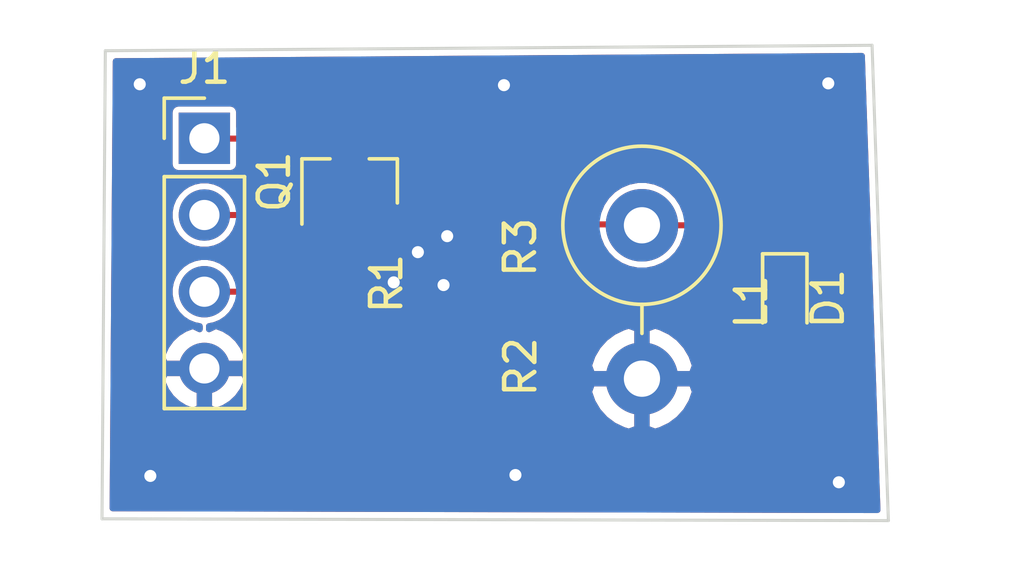
<source format=kicad_pcb>
(kicad_pcb (version 20171130) (host pcbnew 5.1.6+dfsg1-1)

  (general
    (thickness 1.6)
    (drawings 4)
    (tracks 36)
    (zones 0)
    (modules 7)
    (nets 6)
  )

  (page A4)
  (layers
    (0 F.Cu signal)
    (31 B.Cu signal)
    (32 B.Adhes user)
    (33 F.Adhes user)
    (34 B.Paste user)
    (35 F.Paste user)
    (36 B.SilkS user)
    (37 F.SilkS user)
    (38 B.Mask user)
    (39 F.Mask user)
    (40 Dwgs.User user)
    (41 Cmts.User user)
    (42 Eco1.User user)
    (43 Eco2.User user)
    (44 Edge.Cuts user)
    (45 Margin user)
    (46 B.CrtYd user)
    (47 F.CrtYd user)
    (48 B.Fab user)
    (49 F.Fab user)
  )

  (setup
    (last_trace_width 0.2)
    (trace_clearance 0.2)
    (zone_clearance 0.508)
    (zone_45_only no)
    (trace_min 0.2)
    (via_size 0.8)
    (via_drill 0.4)
    (via_min_size 0.4)
    (via_min_drill 0.3)
    (uvia_size 0.3)
    (uvia_drill 0.1)
    (uvias_allowed no)
    (uvia_min_size 0.2)
    (uvia_min_drill 0.1)
    (edge_width 0.05)
    (segment_width 0.2)
    (pcb_text_width 0.3)
    (pcb_text_size 1.5 1.5)
    (mod_edge_width 0.12)
    (mod_text_size 1 1)
    (mod_text_width 0.15)
    (pad_size 1.524 1.524)
    (pad_drill 0.762)
    (pad_to_mask_clearance 0)
    (aux_axis_origin 0 0)
    (visible_elements FFFFFF7F)
    (pcbplotparams
      (layerselection 0x010f0_ffffffff)
      (usegerberextensions false)
      (usegerberattributes true)
      (usegerberadvancedattributes true)
      (creategerberjobfile true)
      (excludeedgelayer true)
      (linewidth 0.100000)
      (plotframeref false)
      (viasonmask false)
      (mode 1)
      (useauxorigin false)
      (hpglpennumber 1)
      (hpglpenspeed 20)
      (hpglpendiameter 15.000000)
      (psnegative false)
      (psa4output false)
      (plotreference true)
      (plotvalue true)
      (plotinvisibletext false)
      (padsonsilk false)
      (subtractmaskfromsilk false)
      (outputformat 1)
      (mirror false)
      (drillshape 0)
      (scaleselection 1)
      (outputdirectory "../gerb/"))
  )

  (net 0 "")
  (net 1 GND)
  (net 2 RLsense)
  (net 3 RLctl)
  (net 4 +3V3)
  (net 5 bias)

  (net_class Default "This is the default net class."
    (clearance 0.2)
    (trace_width 0.2)
    (via_dia 0.8)
    (via_drill 0.4)
    (uvia_dia 0.3)
    (uvia_drill 0.1)
    (add_net +3V3)
    (add_net GND)
    (add_net RLctl)
    (add_net RLsense)
    (add_net bias)
  )

  (module Resistor_SMD:R_0402_1005Metric (layer F.Cu) (tedit 5B301BBD) (tstamp 5F83B107)
    (at 89.44 83.32 270)
    (descr "Resistor SMD 0402 (1005 Metric), square (rectangular) end terminal, IPC_7351 nominal, (Body size source: http://www.tortai-tech.com/upload/download/2011102023233369053.pdf), generated with kicad-footprint-generator")
    (tags resistor)
    (path /5F1461FC/5F84FA5A)
    (attr smd)
    (fp_text reference R3 (at 0 -1.17 90) (layer F.SilkS)
      (effects (font (size 1 1) (thickness 0.15)))
    )
    (fp_text value "1000 Ohm" (at 0 1.17 90) (layer F.Fab)
      (effects (font (size 1 1) (thickness 0.15)))
    )
    (fp_text user %R (at 0 0 90) (layer F.Fab)
      (effects (font (size 0.25 0.25) (thickness 0.04)))
    )
    (fp_line (start -0.5 0.25) (end -0.5 -0.25) (layer F.Fab) (width 0.1))
    (fp_line (start -0.5 -0.25) (end 0.5 -0.25) (layer F.Fab) (width 0.1))
    (fp_line (start 0.5 -0.25) (end 0.5 0.25) (layer F.Fab) (width 0.1))
    (fp_line (start 0.5 0.25) (end -0.5 0.25) (layer F.Fab) (width 0.1))
    (fp_line (start -0.93 0.47) (end -0.93 -0.47) (layer F.CrtYd) (width 0.05))
    (fp_line (start -0.93 -0.47) (end 0.93 -0.47) (layer F.CrtYd) (width 0.05))
    (fp_line (start 0.93 -0.47) (end 0.93 0.47) (layer F.CrtYd) (width 0.05))
    (fp_line (start 0.93 0.47) (end -0.93 0.47) (layer F.CrtYd) (width 0.05))
    (pad 2 smd roundrect (at 0.485 0 270) (size 0.59 0.64) (layers F.Cu F.Paste F.Mask) (roundrect_rratio 0.25)
      (net 2 RLsense))
    (pad 1 smd roundrect (at -0.485 0 270) (size 0.59 0.64) (layers F.Cu F.Paste F.Mask) (roundrect_rratio 0.25)
      (net 5 bias))
    (model ${KISYS3DMOD}/Resistor_SMD.3dshapes/R_0402_1005Metric.wrl
      (at (xyz 0 0 0))
      (scale (xyz 1 1 1))
      (rotate (xyz 0 0 0))
    )
  )

  (module Resistor_SMD:R_0402_1005Metric (layer F.Cu) (tedit 5B301BBD) (tstamp 5F83B0F8)
    (at 89.45 87.28 270)
    (descr "Resistor SMD 0402 (1005 Metric), square (rectangular) end terminal, IPC_7351 nominal, (Body size source: http://www.tortai-tech.com/upload/download/2011102023233369053.pdf), generated with kicad-footprint-generator")
    (tags resistor)
    (path /5F1461FC/5F844541)
    (attr smd)
    (fp_text reference R2 (at 0 -1.17 90) (layer F.SilkS)
      (effects (font (size 1 1) (thickness 0.15)))
    )
    (fp_text value "1000 Ohm" (at 0 1.17 90) (layer F.Fab)
      (effects (font (size 1 1) (thickness 0.15)))
    )
    (fp_text user %R (at 0 0 90) (layer F.Fab)
      (effects (font (size 0.25 0.25) (thickness 0.04)))
    )
    (fp_line (start -0.5 0.25) (end -0.5 -0.25) (layer F.Fab) (width 0.1))
    (fp_line (start -0.5 -0.25) (end 0.5 -0.25) (layer F.Fab) (width 0.1))
    (fp_line (start 0.5 -0.25) (end 0.5 0.25) (layer F.Fab) (width 0.1))
    (fp_line (start 0.5 0.25) (end -0.5 0.25) (layer F.Fab) (width 0.1))
    (fp_line (start -0.93 0.47) (end -0.93 -0.47) (layer F.CrtYd) (width 0.05))
    (fp_line (start -0.93 -0.47) (end 0.93 -0.47) (layer F.CrtYd) (width 0.05))
    (fp_line (start 0.93 -0.47) (end 0.93 0.47) (layer F.CrtYd) (width 0.05))
    (fp_line (start 0.93 0.47) (end -0.93 0.47) (layer F.CrtYd) (width 0.05))
    (pad 2 smd roundrect (at 0.485 0 270) (size 0.59 0.64) (layers F.Cu F.Paste F.Mask) (roundrect_rratio 0.25)
      (net 1 GND))
    (pad 1 smd roundrect (at -0.485 0 270) (size 0.59 0.64) (layers F.Cu F.Paste F.Mask) (roundrect_rratio 0.25)
      (net 2 RLsense))
    (model ${KISYS3DMOD}/Resistor_SMD.3dshapes/R_0402_1005Metric.wrl
      (at (xyz 0 0 0))
      (scale (xyz 1 1 1))
      (rotate (xyz 0 0 0))
    )
  )

  (module Resistor_SMD:R_0402_1005Metric (layer F.Cu) (tedit 5B301BBD) (tstamp 5F83B0E9)
    (at 85.01 84.52 270)
    (descr "Resistor SMD 0402 (1005 Metric), square (rectangular) end terminal, IPC_7351 nominal, (Body size source: http://www.tortai-tech.com/upload/download/2011102023233369053.pdf), generated with kicad-footprint-generator")
    (tags resistor)
    (path /5F1461FC/5F8443D2)
    (attr smd)
    (fp_text reference R1 (at 0 -1.17 90) (layer F.SilkS)
      (effects (font (size 1 1) (thickness 0.15)))
    )
    (fp_text value "1000 Ohm" (at 0 1.17 90) (layer F.Fab)
      (effects (font (size 1 1) (thickness 0.15)))
    )
    (fp_text user %R (at 0 0 90) (layer F.Fab)
      (effects (font (size 0.25 0.25) (thickness 0.04)))
    )
    (fp_line (start -0.5 0.25) (end -0.5 -0.25) (layer F.Fab) (width 0.1))
    (fp_line (start -0.5 -0.25) (end 0.5 -0.25) (layer F.Fab) (width 0.1))
    (fp_line (start 0.5 -0.25) (end 0.5 0.25) (layer F.Fab) (width 0.1))
    (fp_line (start 0.5 0.25) (end -0.5 0.25) (layer F.Fab) (width 0.1))
    (fp_line (start -0.93 0.47) (end -0.93 -0.47) (layer F.CrtYd) (width 0.05))
    (fp_line (start -0.93 -0.47) (end 0.93 -0.47) (layer F.CrtYd) (width 0.05))
    (fp_line (start 0.93 -0.47) (end 0.93 0.47) (layer F.CrtYd) (width 0.05))
    (fp_line (start 0.93 0.47) (end -0.93 0.47) (layer F.CrtYd) (width 0.05))
    (pad 2 smd roundrect (at 0.485 0 270) (size 0.59 0.64) (layers F.Cu F.Paste F.Mask) (roundrect_rratio 0.25)
      (net 2 RLsense))
    (pad 1 smd roundrect (at -0.485 0 270) (size 0.59 0.64) (layers F.Cu F.Paste F.Mask) (roundrect_rratio 0.25)
      (net 4 +3V3))
    (model ${KISYS3DMOD}/Resistor_SMD.3dshapes/R_0402_1005Metric.wrl
      (at (xyz 0 0 0))
      (scale (xyz 1 1 1))
      (rotate (xyz 0 0 0))
    )
  )

  (module Package_TO_SOT_SMD:SOT-23 (layer F.Cu) (tedit 5A02FF57) (tstamp 5F83B0DA)
    (at 84.96 81.15 90)
    (descr "SOT-23, Standard")
    (tags SOT-23)
    (path /5F1461FC/5F13B223)
    (attr smd)
    (fp_text reference Q1 (at 0 -2.5 90) (layer F.SilkS)
      (effects (font (size 1 1) (thickness 0.15)))
    )
    (fp_text value 2N7002K (at 0 2.5 90) (layer F.Fab)
      (effects (font (size 1 1) (thickness 0.15)))
    )
    (fp_text user %R (at 0 0) (layer F.Fab)
      (effects (font (size 0.5 0.5) (thickness 0.075)))
    )
    (fp_line (start -0.7 -0.95) (end -0.7 1.5) (layer F.Fab) (width 0.1))
    (fp_line (start -0.15 -1.52) (end 0.7 -1.52) (layer F.Fab) (width 0.1))
    (fp_line (start -0.7 -0.95) (end -0.15 -1.52) (layer F.Fab) (width 0.1))
    (fp_line (start 0.7 -1.52) (end 0.7 1.52) (layer F.Fab) (width 0.1))
    (fp_line (start -0.7 1.52) (end 0.7 1.52) (layer F.Fab) (width 0.1))
    (fp_line (start 0.76 1.58) (end 0.76 0.65) (layer F.SilkS) (width 0.12))
    (fp_line (start 0.76 -1.58) (end 0.76 -0.65) (layer F.SilkS) (width 0.12))
    (fp_line (start -1.7 -1.75) (end 1.7 -1.75) (layer F.CrtYd) (width 0.05))
    (fp_line (start 1.7 -1.75) (end 1.7 1.75) (layer F.CrtYd) (width 0.05))
    (fp_line (start 1.7 1.75) (end -1.7 1.75) (layer F.CrtYd) (width 0.05))
    (fp_line (start -1.7 1.75) (end -1.7 -1.75) (layer F.CrtYd) (width 0.05))
    (fp_line (start 0.76 -1.58) (end -1.4 -1.58) (layer F.SilkS) (width 0.12))
    (fp_line (start 0.76 1.58) (end -0.7 1.58) (layer F.SilkS) (width 0.12))
    (pad 3 smd rect (at 1 0 90) (size 0.9 0.8) (layers F.Cu F.Paste F.Mask)
      (net 4 +3V3))
    (pad 2 smd rect (at -1 0.95 90) (size 0.9 0.8) (layers F.Cu F.Paste F.Mask)
      (net 5 bias))
    (pad 1 smd rect (at -1 -0.95 90) (size 0.9 0.8) (layers F.Cu F.Paste F.Mask)
      (net 3 RLctl))
    (model ${KISYS3DMOD}/Package_TO_SOT_SMD.3dshapes/SOT-23.wrl
      (at (xyz 0 0 0))
      (scale (xyz 1 1 1))
      (rotate (xyz 0 0 0))
    )
  )

  (module Inductor_THT:L_Axial_L12.0mm_D5.0mm_P5.08mm_Vertical_Fastron_MISC (layer F.Cu) (tedit 5AE59B05) (tstamp 5F83B0C5)
    (at 94.64 82.59 270)
    (descr "Inductor, Axial series, Axial, Vertical, pin pitch=5.08mm, , length*diameter=12*5mm^2, Fastron, MISC, http://cdn-reichelt.de/documents/datenblatt/B400/DS_MISC.pdf")
    (tags "Inductor Axial series Axial Vertical pin pitch 5.08mm  length 12mm diameter 5mm Fastron MISC")
    (path /5F1461FC/5F13F643)
    (fp_text reference L1 (at 2.54 -3.62 90) (layer F.SilkS)
      (effects (font (size 1 1) (thickness 0.15)))
    )
    (fp_text value L (at 2.54 3.62 90) (layer F.Fab)
      (effects (font (size 1 1) (thickness 0.15)))
    )
    (fp_text user %R (at 2.54 -3.62 90) (layer F.Fab)
      (effects (font (size 1 1) (thickness 0.15)))
    )
    (fp_circle (center 0 0) (end 2.5 0) (layer F.Fab) (width 0.1))
    (fp_circle (center 0 0) (end 2.62 0) (layer F.SilkS) (width 0.12))
    (fp_line (start 0 0) (end 5.08 0) (layer F.Fab) (width 0.1))
    (fp_line (start 2.62 0) (end 3.58 0) (layer F.SilkS) (width 0.12))
    (fp_line (start -2.75 -2.75) (end -2.75 2.75) (layer F.CrtYd) (width 0.05))
    (fp_line (start -2.75 2.75) (end 6.53 2.75) (layer F.CrtYd) (width 0.05))
    (fp_line (start 6.53 2.75) (end 6.53 -2.75) (layer F.CrtYd) (width 0.05))
    (fp_line (start 6.53 -2.75) (end -2.75 -2.75) (layer F.CrtYd) (width 0.05))
    (pad 2 thru_hole oval (at 5.08 0 270) (size 2.4 2.4) (drill 1.2) (layers *.Cu *.Mask)
      (net 1 GND))
    (pad 1 thru_hole circle (at 0 0 270) (size 2.4 2.4) (drill 1.2) (layers *.Cu *.Mask)
      (net 5 bias))
    (model ${KISYS3DMOD}/Inductor_THT.3dshapes/L_Axial_L12.0mm_D5.0mm_P5.08mm_Vertical_Fastron_MISC.wrl
      (at (xyz 0 0 0))
      (scale (xyz 1 1 1))
      (rotate (xyz 0 0 0))
    )
  )

  (module Connector_PinHeader_2.54mm:PinHeader_1x04_P2.54mm_Vertical (layer F.Cu) (tedit 59FED5CC) (tstamp 5F83B0B6)
    (at 80.15 79.71)
    (descr "Through hole straight pin header, 1x04, 2.54mm pitch, single row")
    (tags "Through hole pin header THT 1x04 2.54mm single row")
    (path /5F1461FC/5F150BE5)
    (fp_text reference J1 (at 0 -2.33) (layer F.SilkS)
      (effects (font (size 1 1) (thickness 0.15)))
    )
    (fp_text value Conn_01x04_Male (at 0 9.95) (layer F.Fab)
      (effects (font (size 1 1) (thickness 0.15)))
    )
    (fp_text user %R (at 0 3.81 90) (layer F.Fab)
      (effects (font (size 1 1) (thickness 0.15)))
    )
    (fp_line (start -0.635 -1.27) (end 1.27 -1.27) (layer F.Fab) (width 0.1))
    (fp_line (start 1.27 -1.27) (end 1.27 8.89) (layer F.Fab) (width 0.1))
    (fp_line (start 1.27 8.89) (end -1.27 8.89) (layer F.Fab) (width 0.1))
    (fp_line (start -1.27 8.89) (end -1.27 -0.635) (layer F.Fab) (width 0.1))
    (fp_line (start -1.27 -0.635) (end -0.635 -1.27) (layer F.Fab) (width 0.1))
    (fp_line (start -1.33 8.95) (end 1.33 8.95) (layer F.SilkS) (width 0.12))
    (fp_line (start -1.33 1.27) (end -1.33 8.95) (layer F.SilkS) (width 0.12))
    (fp_line (start 1.33 1.27) (end 1.33 8.95) (layer F.SilkS) (width 0.12))
    (fp_line (start -1.33 1.27) (end 1.33 1.27) (layer F.SilkS) (width 0.12))
    (fp_line (start -1.33 0) (end -1.33 -1.33) (layer F.SilkS) (width 0.12))
    (fp_line (start -1.33 -1.33) (end 0 -1.33) (layer F.SilkS) (width 0.12))
    (fp_line (start -1.8 -1.8) (end -1.8 9.4) (layer F.CrtYd) (width 0.05))
    (fp_line (start -1.8 9.4) (end 1.8 9.4) (layer F.CrtYd) (width 0.05))
    (fp_line (start 1.8 9.4) (end 1.8 -1.8) (layer F.CrtYd) (width 0.05))
    (fp_line (start 1.8 -1.8) (end -1.8 -1.8) (layer F.CrtYd) (width 0.05))
    (pad 4 thru_hole oval (at 0 7.62) (size 1.7 1.7) (drill 1) (layers *.Cu *.Mask)
      (net 1 GND))
    (pad 3 thru_hole oval (at 0 5.08) (size 1.7 1.7) (drill 1) (layers *.Cu *.Mask)
      (net 2 RLsense))
    (pad 2 thru_hole oval (at 0 2.54) (size 1.7 1.7) (drill 1) (layers *.Cu *.Mask)
      (net 3 RLctl))
    (pad 1 thru_hole rect (at 0 0) (size 1.7 1.7) (drill 1) (layers *.Cu *.Mask)
      (net 4 +3V3))
    (model ${KISYS3DMOD}/Connector_PinHeader_2.54mm.3dshapes/PinHeader_1x04_P2.54mm_Vertical.wrl
      (at (xyz 0 0 0))
      (scale (xyz 1 1 1))
      (rotate (xyz 0 0 0))
    )
  )

  (module Diode_SMD:D_0603_1608Metric (layer F.Cu) (tedit 5B301BBE) (tstamp 5F83B09E)
    (at 99.37 85.02 270)
    (descr "Diode SMD 0603 (1608 Metric), square (rectangular) end terminal, IPC_7351 nominal, (Body size source: http://www.tortai-tech.com/upload/download/2011102023233369053.pdf), generated with kicad-footprint-generator")
    (tags diode)
    (path /5F1461FC/5F8383AE)
    (attr smd)
    (fp_text reference D1 (at 0 -1.43 90) (layer F.SilkS)
      (effects (font (size 1 1) (thickness 0.15)))
    )
    (fp_text value CDBU0520 (at 0 1.43 90) (layer F.Fab)
      (effects (font (size 1 1) (thickness 0.15)))
    )
    (fp_text user %R (at 0 0 90) (layer F.Fab)
      (effects (font (size 0.4 0.4) (thickness 0.06)))
    )
    (fp_line (start 0.8 -0.4) (end -0.5 -0.4) (layer F.Fab) (width 0.1))
    (fp_line (start -0.5 -0.4) (end -0.8 -0.1) (layer F.Fab) (width 0.1))
    (fp_line (start -0.8 -0.1) (end -0.8 0.4) (layer F.Fab) (width 0.1))
    (fp_line (start -0.8 0.4) (end 0.8 0.4) (layer F.Fab) (width 0.1))
    (fp_line (start 0.8 0.4) (end 0.8 -0.4) (layer F.Fab) (width 0.1))
    (fp_line (start 0.8 -0.735) (end -1.485 -0.735) (layer F.SilkS) (width 0.12))
    (fp_line (start -1.485 -0.735) (end -1.485 0.735) (layer F.SilkS) (width 0.12))
    (fp_line (start -1.485 0.735) (end 0.8 0.735) (layer F.SilkS) (width 0.12))
    (fp_line (start -1.48 0.73) (end -1.48 -0.73) (layer F.CrtYd) (width 0.05))
    (fp_line (start -1.48 -0.73) (end 1.48 -0.73) (layer F.CrtYd) (width 0.05))
    (fp_line (start 1.48 -0.73) (end 1.48 0.73) (layer F.CrtYd) (width 0.05))
    (fp_line (start 1.48 0.73) (end -1.48 0.73) (layer F.CrtYd) (width 0.05))
    (pad 2 smd roundrect (at 0.7875 0 270) (size 0.875 0.95) (layers F.Cu F.Paste F.Mask) (roundrect_rratio 0.25)
      (net 1 GND))
    (pad 1 smd roundrect (at -0.7875 0 270) (size 0.875 0.95) (layers F.Cu F.Paste F.Mask) (roundrect_rratio 0.25)
      (net 5 bias))
    (model ${KISYS3DMOD}/Diode_SMD.3dshapes/D_0603_1608Metric.wrl
      (at (xyz 0 0 0))
      (scale (xyz 1 1 1))
      (rotate (xyz 0 0 0))
    )
  )

  (gr_line (start 102.26 76.63) (end 102.8 92.37) (layer Edge.Cuts) (width 0.1))
  (gr_line (start 76.87 76.81) (end 102.26 76.63) (layer Edge.Cuts) (width 0.1))
  (gr_line (start 76.76 92.31) (end 76.87 76.81) (layer Edge.Cuts) (width 0.1))
  (gr_line (start 102.8 92.37) (end 76.76 92.31) (layer Edge.Cuts) (width 0.1))

  (segment (start 94.64 87.67) (end 97.47 87.67) (width 0.2) (layer F.Cu) (net 1))
  (segment (start 97.47 87.67) (end 99.22 85.92) (width 0.2) (layer F.Cu) (net 1))
  (segment (start 89.45 87.765) (end 94.355 87.765) (width 0.2) (layer F.Cu) (net 1))
  (segment (start 94.355 87.765) (end 94.44 87.68) (width 0.2) (layer F.Cu) (net 1))
  (segment (start 80.15 87.33) (end 88.88 87.33) (width 0.2) (layer F.Cu) (net 1))
  (segment (start 88.88 87.33) (end 89.3 87.75) (width 0.2) (layer F.Cu) (net 1))
  (via (at 100.81 77.89) (size 0.8) (drill 0.4) (layers F.Cu B.Cu) (net 1))
  (via (at 101.16 91.1) (size 0.8) (drill 0.4) (layers F.Cu B.Cu) (net 1))
  (via (at 78.36 90.89) (size 0.8) (drill 0.4) (layers F.Cu B.Cu) (net 1))
  (via (at 78.01 77.92) (size 0.8) (drill 0.4) (layers F.Cu B.Cu) (net 1))
  (via (at 90.45 90.86) (size 0.8) (drill 0.4) (layers F.Cu B.Cu) (net 1))
  (via (at 90.07 77.95) (size 0.8) (drill 0.4) (layers F.Cu B.Cu) (net 1))
  (via (at 86.42 84.48) (size 0.8) (drill 0.4) (layers F.Cu B.Cu) (net 1))
  (via (at 88.07 84.57) (size 0.8) (drill 0.4) (layers F.Cu B.Cu) (net 1))
  (via (at 88.19 82.95) (size 0.8) (drill 0.4) (layers F.Cu B.Cu) (net 1))
  (via (at 87.22 83.48) (size 0.8) (drill 0.4) (layers F.Cu B.Cu) (net 1))
  (segment (start 80.15 84.79) (end 84.74 84.79) (width 0.2) (layer F.Cu) (net 2))
  (segment (start 84.74 84.79) (end 84.94 84.99) (width 0.2) (layer F.Cu) (net 2))
  (segment (start 84.94 84.99) (end 85.29 85.34) (width 0.2) (layer F.Cu) (net 2))
  (segment (start 85.29 85.34) (end 89.41 85.34) (width 0.2) (layer F.Cu) (net 2))
  (segment (start 89.41 85.34) (end 89.44 85.31) (width 0.2) (layer F.Cu) (net 2))
  (segment (start 89.44 85.31) (end 89.44 83.85) (width 0.2) (layer F.Cu) (net 2))
  (segment (start 89.41 85.34) (end 89.41 86.84) (width 0.2) (layer F.Cu) (net 2))
  (segment (start 89.41 86.84) (end 89.45 86.88) (width 0.2) (layer F.Cu) (net 2))
  (segment (start 80.15 82.25) (end 83.77 82.25) (width 0.2) (layer F.Cu) (net 3))
  (segment (start 83.77 82.25) (end 83.81 82.21) (width 0.2) (layer F.Cu) (net 3))
  (segment (start 85.01 84.035) (end 85.01 80.25) (width 0.2) (layer F.Cu) (net 4))
  (segment (start 85.01 80.25) (end 84.94 80.18) (width 0.2) (layer F.Cu) (net 4))
  (segment (start 84.94 80.18) (end 84.48 79.72) (width 0.2) (layer F.Cu) (net 4))
  (segment (start 84.48 79.72) (end 80.17 79.72) (width 0.2) (layer F.Cu) (net 4))
  (segment (start 94.64 82.59) (end 97.64 82.59) (width 0.2) (layer F.Cu) (net 5))
  (segment (start 97.64 82.59) (end 99.29 84.24) (width 0.2) (layer F.Cu) (net 5))
  (segment (start 85.91 82.15) (end 88.74 82.15) (width 0.2) (layer F.Cu) (net 5))
  (segment (start 88.74 82.15) (end 89.41 82.82) (width 0.2) (layer F.Cu) (net 5))
  (segment (start 89.41 82.82) (end 89.67 82.56) (width 0.2) (layer F.Cu) (net 5))
  (segment (start 89.67 82.56) (end 94.41 82.56) (width 0.2) (layer F.Cu) (net 5))

  (zone (net 1) (net_name GND) (layer F.Cu) (tstamp 0) (hatch edge 0.508)
    (connect_pads (clearance 0.2))
    (min_thickness 0.2)
    (fill yes (arc_segments 32) (thermal_gap 0.508) (thermal_bridge_width 0.508))
    (polygon
      (pts
        (xy 105.1 92.99) (xy 75.29 93.16) (xy 75.49 76.1) (xy 104.07 76.01)
      )
    )
    (filled_polygon
      (pts
        (xy 102.437758 92.019165) (xy 77.112487 91.960812) (xy 77.142661 87.70891) (xy 78.742097 87.70891) (xy 78.768854 87.797139)
        (xy 78.886527 88.057611) (xy 79.052754 88.290122) (xy 79.261148 88.485736) (xy 79.5037 88.636935) (xy 79.771089 88.737909)
        (xy 79.996 88.62785) (xy 79.996 87.484) (xy 80.304 87.484) (xy 80.304 88.62785) (xy 80.528911 88.737909)
        (xy 80.7963 88.636935) (xy 81.038852 88.485736) (xy 81.247246 88.290122) (xy 81.4039 88.071) (xy 88.522 88.071)
        (xy 88.531871 88.184465) (xy 88.567646 88.298763) (xy 88.625032 88.403885) (xy 88.701823 88.495792) (xy 88.795069 88.570952)
        (xy 88.901187 88.626476) (xy 89.016097 88.66023) (xy 89.135385 88.670918) (xy 89.144 88.668) (xy 89.296 88.516)
        (xy 89.296 87.919) (xy 89.604 87.919) (xy 89.604 88.516) (xy 89.756 88.668) (xy 89.764615 88.670918)
        (xy 89.883903 88.66023) (xy 89.998813 88.626476) (xy 90.104931 88.570952) (xy 90.198177 88.495792) (xy 90.274968 88.403885)
        (xy 90.332354 88.298763) (xy 90.368129 88.184465) (xy 90.375136 88.10391) (xy 92.884836 88.10391) (xy 93.003213 88.437988)
        (xy 93.18449 88.742553) (xy 93.421702 89.0059) (xy 93.705732 89.217909) (xy 94.025666 89.370433) (xy 94.20609 89.42516)
        (xy 94.486 89.318824) (xy 94.486 87.824) (xy 94.794 87.824) (xy 94.794 89.318824) (xy 95.07391 89.42516)
        (xy 95.254334 89.370433) (xy 95.574268 89.217909) (xy 95.858298 89.0059) (xy 96.09551 88.742553) (xy 96.276787 88.437988)
        (xy 96.395164 88.10391) (xy 96.289434 87.824) (xy 94.794 87.824) (xy 94.486 87.824) (xy 92.990566 87.824)
        (xy 92.884836 88.10391) (xy 90.375136 88.10391) (xy 90.378 88.071) (xy 90.226 87.919) (xy 89.604 87.919)
        (xy 89.296 87.919) (xy 88.674 87.919) (xy 88.522 88.071) (xy 81.4039 88.071) (xy 81.413473 88.057611)
        (xy 81.531146 87.797139) (xy 81.557903 87.70891) (xy 81.446889 87.484) (xy 80.304 87.484) (xy 79.996 87.484)
        (xy 78.853111 87.484) (xy 78.742097 87.70891) (xy 77.142661 87.70891) (xy 77.148039 86.95109) (xy 78.742097 86.95109)
        (xy 78.853111 87.176) (xy 79.996 87.176) (xy 79.996 87.156) (xy 80.304 87.156) (xy 80.304 87.176)
        (xy 81.446889 87.176) (xy 81.557903 86.95109) (xy 81.531146 86.862861) (xy 81.413473 86.602389) (xy 81.247246 86.369878)
        (xy 81.038852 86.174264) (xy 80.7963 86.023065) (xy 80.528911 85.922091) (xy 80.304002 86.032149) (xy 80.304002 85.931897)
        (xy 80.485443 85.895806) (xy 80.694729 85.809116) (xy 80.883082 85.683263) (xy 81.043263 85.523082) (xy 81.169116 85.334729)
        (xy 81.229065 85.19) (xy 84.392242 85.19) (xy 84.397175 85.240086) (xy 84.422723 85.324306) (xy 84.464211 85.401924)
        (xy 84.520044 85.469956) (xy 84.588076 85.525789) (xy 84.665694 85.567277) (xy 84.749914 85.592825) (xy 84.8375 85.601451)
        (xy 84.985765 85.601451) (xy 84.993267 85.608953) (xy 85.005789 85.624211) (xy 85.021047 85.636733) (xy 85.021049 85.636735)
        (xy 85.066697 85.674197) (xy 85.136186 85.71134) (xy 85.211586 85.734212) (xy 85.29 85.741935) (xy 85.309647 85.74)
        (xy 89.01 85.74) (xy 89.010001 86.289045) (xy 88.960044 86.330044) (xy 88.904211 86.398076) (xy 88.862723 86.475694)
        (xy 88.837175 86.559914) (xy 88.828549 86.6475) (xy 88.828549 86.94153) (xy 88.795069 86.959048) (xy 88.701823 87.034208)
        (xy 88.625032 87.126115) (xy 88.567646 87.231237) (xy 88.531871 87.345535) (xy 88.522 87.459) (xy 88.674 87.611)
        (xy 89.296 87.611) (xy 89.296 87.591) (xy 89.604 87.591) (xy 89.604 87.611) (xy 90.226 87.611)
        (xy 90.378 87.459) (xy 90.368129 87.345535) (xy 90.333873 87.23609) (xy 92.884836 87.23609) (xy 92.990566 87.516)
        (xy 94.486 87.516) (xy 94.486 86.021176) (xy 94.794 86.021176) (xy 94.794 87.516) (xy 96.289434 87.516)
        (xy 96.395164 87.23609) (xy 96.276787 86.902012) (xy 96.09551 86.597447) (xy 95.858298 86.3341) (xy 95.738931 86.245)
        (xy 98.284058 86.245) (xy 98.295797 86.364189) (xy 98.330563 86.478797) (xy 98.38702 86.584421) (xy 98.462999 86.677001)
        (xy 98.555579 86.75298) (xy 98.661203 86.809437) (xy 98.775811 86.844203) (xy 98.895 86.855942) (xy 99.064 86.853)
        (xy 99.216 86.701) (xy 99.216 85.9615) (xy 99.524 85.9615) (xy 99.524 86.701) (xy 99.676 86.853)
        (xy 99.845 86.855942) (xy 99.964189 86.844203) (xy 100.078797 86.809437) (xy 100.184421 86.75298) (xy 100.277001 86.677001)
        (xy 100.35298 86.584421) (xy 100.409437 86.478797) (xy 100.444203 86.364189) (xy 100.455942 86.245) (xy 100.453 86.1135)
        (xy 100.301 85.9615) (xy 99.524 85.9615) (xy 99.216 85.9615) (xy 98.439 85.9615) (xy 98.287 86.1135)
        (xy 98.284058 86.245) (xy 95.738931 86.245) (xy 95.574268 86.122091) (xy 95.254334 85.969567) (xy 95.07391 85.91484)
        (xy 94.794 86.021176) (xy 94.486 86.021176) (xy 94.20609 85.91484) (xy 94.025666 85.969567) (xy 93.705732 86.122091)
        (xy 93.421702 86.3341) (xy 93.18449 86.597447) (xy 93.003213 86.902012) (xy 92.884836 87.23609) (xy 90.333873 87.23609)
        (xy 90.332354 87.231237) (xy 90.274968 87.126115) (xy 90.198177 87.034208) (xy 90.104931 86.959048) (xy 90.071451 86.94153)
        (xy 90.071451 86.6475) (xy 90.062825 86.559914) (xy 90.037277 86.475694) (xy 89.995789 86.398076) (xy 89.939956 86.330044)
        (xy 89.871924 86.274211) (xy 89.81 86.241112) (xy 89.81 85.466321) (xy 89.81134 85.463814) (xy 89.834212 85.388414)
        (xy 89.84 85.329647) (xy 89.84 85.329637) (xy 89.841934 85.310001) (xy 89.84 85.290365) (xy 89.84 84.337508)
        (xy 89.861924 84.325789) (xy 89.929956 84.269956) (xy 89.985789 84.201924) (xy 90.027277 84.124306) (xy 90.052825 84.040086)
        (xy 90.061451 83.9525) (xy 90.061451 83.6575) (xy 90.052825 83.569914) (xy 90.027277 83.485694) (xy 89.985789 83.408076)
        (xy 89.929956 83.340044) (xy 89.905533 83.32) (xy 89.929956 83.299956) (xy 89.985789 83.231924) (xy 90.027277 83.154306)
        (xy 90.052825 83.070086) (xy 90.061451 82.9825) (xy 90.061451 82.96) (xy 93.184211 82.96) (xy 93.197644 83.027534)
        (xy 93.310717 83.300517) (xy 93.474874 83.546194) (xy 93.683806 83.755126) (xy 93.929483 83.919283) (xy 94.202466 84.032356)
        (xy 94.492263 84.09) (xy 94.787737 84.09) (xy 95.077534 84.032356) (xy 95.350517 83.919283) (xy 95.596194 83.755126)
        (xy 95.805126 83.546194) (xy 95.969283 83.300517) (xy 96.082356 83.027534) (xy 96.089822 82.99) (xy 97.474315 82.99)
        (xy 98.593549 84.109234) (xy 98.593549 84.45125) (xy 98.603545 84.552736) (xy 98.633147 84.650322) (xy 98.681219 84.740258)
        (xy 98.72014 84.787685) (xy 98.661203 84.805563) (xy 98.555579 84.86202) (xy 98.462999 84.937999) (xy 98.38702 85.030579)
        (xy 98.330563 85.136203) (xy 98.295797 85.250811) (xy 98.284058 85.37) (xy 98.287 85.5015) (xy 98.439 85.6535)
        (xy 99.216 85.6535) (xy 99.216 85.6335) (xy 99.524 85.6335) (xy 99.524 85.6535) (xy 100.301 85.6535)
        (xy 100.453 85.5015) (xy 100.455942 85.37) (xy 100.444203 85.250811) (xy 100.409437 85.136203) (xy 100.35298 85.030579)
        (xy 100.277001 84.937999) (xy 100.184421 84.86202) (xy 100.078797 84.805563) (xy 100.01986 84.787685) (xy 100.058781 84.740258)
        (xy 100.106853 84.650322) (xy 100.136455 84.552736) (xy 100.146451 84.45125) (xy 100.146451 84.01375) (xy 100.136455 83.912264)
        (xy 100.106853 83.814678) (xy 100.058781 83.724742) (xy 99.994088 83.645912) (xy 99.915258 83.581219) (xy 99.825322 83.533147)
        (xy 99.727736 83.503545) (xy 99.62625 83.493549) (xy 99.11375 83.493549) (xy 99.109639 83.493954) (xy 97.936737 82.321052)
        (xy 97.924211 82.305789) (xy 97.863303 82.255803) (xy 97.793814 82.21866) (xy 97.718414 82.195788) (xy 97.659647 82.19)
        (xy 97.659646 82.19) (xy 97.64 82.188065) (xy 97.620354 82.19) (xy 96.089822 82.19) (xy 96.082356 82.152466)
        (xy 95.969283 81.879483) (xy 95.805126 81.633806) (xy 95.596194 81.424874) (xy 95.350517 81.260717) (xy 95.077534 81.147644)
        (xy 94.787737 81.09) (xy 94.492263 81.09) (xy 94.202466 81.147644) (xy 93.929483 81.260717) (xy 93.683806 81.424874)
        (xy 93.474874 81.633806) (xy 93.310717 81.879483) (xy 93.197644 82.152466) (xy 93.196145 82.16) (xy 89.689647 82.16)
        (xy 89.67 82.158065) (xy 89.650353 82.16) (xy 89.591586 82.165788) (xy 89.516186 82.18866) (xy 89.446697 82.225803)
        (xy 89.431166 82.238549) (xy 89.394235 82.238549) (xy 89.036737 81.881052) (xy 89.024211 81.865789) (xy 88.963303 81.815803)
        (xy 88.893814 81.77866) (xy 88.818414 81.755788) (xy 88.759647 81.75) (xy 88.759646 81.75) (xy 88.74 81.748065)
        (xy 88.720354 81.75) (xy 86.611451 81.75) (xy 86.611451 81.7) (xy 86.605659 81.64119) (xy 86.588504 81.58464)
        (xy 86.560647 81.532523) (xy 86.523158 81.486842) (xy 86.477477 81.449353) (xy 86.42536 81.421496) (xy 86.36881 81.404341)
        (xy 86.31 81.398549) (xy 85.51 81.398549) (xy 85.45119 81.404341) (xy 85.41 81.416836) (xy 85.41 80.896527)
        (xy 85.41881 80.895659) (xy 85.47536 80.878504) (xy 85.527477 80.850647) (xy 85.573158 80.813158) (xy 85.610647 80.767477)
        (xy 85.638504 80.71536) (xy 85.655659 80.65881) (xy 85.661451 80.6) (xy 85.661451 79.7) (xy 85.655659 79.64119)
        (xy 85.638504 79.58464) (xy 85.610647 79.532523) (xy 85.573158 79.486842) (xy 85.527477 79.449353) (xy 85.47536 79.421496)
        (xy 85.41881 79.404341) (xy 85.36 79.398549) (xy 84.718834 79.398549) (xy 84.703303 79.385803) (xy 84.633814 79.34866)
        (xy 84.558414 79.325788) (xy 84.499647 79.32) (xy 84.499646 79.32) (xy 84.48 79.318065) (xy 84.460354 79.32)
        (xy 81.301451 79.32) (xy 81.301451 78.86) (xy 81.295659 78.80119) (xy 81.278504 78.74464) (xy 81.250647 78.692523)
        (xy 81.213158 78.646842) (xy 81.167477 78.609353) (xy 81.11536 78.581496) (xy 81.05881 78.564341) (xy 81 78.558549)
        (xy 79.3 78.558549) (xy 79.24119 78.564341) (xy 79.18464 78.581496) (xy 79.132523 78.609353) (xy 79.086842 78.646842)
        (xy 79.049353 78.692523) (xy 79.021496 78.74464) (xy 79.004341 78.80119) (xy 78.998549 78.86) (xy 78.998549 80.56)
        (xy 79.004341 80.61881) (xy 79.021496 80.67536) (xy 79.049353 80.727477) (xy 79.086842 80.773158) (xy 79.132523 80.810647)
        (xy 79.18464 80.838504) (xy 79.24119 80.855659) (xy 79.3 80.861451) (xy 81 80.861451) (xy 81.05881 80.855659)
        (xy 81.11536 80.838504) (xy 81.167477 80.810647) (xy 81.213158 80.773158) (xy 81.250647 80.727477) (xy 81.278504 80.67536)
        (xy 81.295659 80.61881) (xy 81.301451 80.56) (xy 81.301451 80.12) (xy 84.258549 80.12) (xy 84.258549 80.6)
        (xy 84.264341 80.65881) (xy 84.281496 80.71536) (xy 84.309353 80.767477) (xy 84.346842 80.813158) (xy 84.392523 80.850647)
        (xy 84.44464 80.878504) (xy 84.50119 80.895659) (xy 84.56 80.901451) (xy 84.610001 80.901451) (xy 84.610001 81.476044)
        (xy 84.577477 81.449353) (xy 84.52536 81.421496) (xy 84.46881 81.404341) (xy 84.41 81.398549) (xy 83.61 81.398549)
        (xy 83.55119 81.404341) (xy 83.49464 81.421496) (xy 83.442523 81.449353) (xy 83.396842 81.486842) (xy 83.359353 81.532523)
        (xy 83.331496 81.58464) (xy 83.314341 81.64119) (xy 83.308549 81.7) (xy 83.308549 81.85) (xy 81.229065 81.85)
        (xy 81.169116 81.705271) (xy 81.043263 81.516918) (xy 80.883082 81.356737) (xy 80.694729 81.230884) (xy 80.485443 81.144194)
        (xy 80.263265 81.1) (xy 80.036735 81.1) (xy 79.814557 81.144194) (xy 79.605271 81.230884) (xy 79.416918 81.356737)
        (xy 79.256737 81.516918) (xy 79.130884 81.705271) (xy 79.044194 81.914557) (xy 79 82.136735) (xy 79 82.363265)
        (xy 79.044194 82.585443) (xy 79.130884 82.794729) (xy 79.256737 82.983082) (xy 79.416918 83.143263) (xy 79.605271 83.269116)
        (xy 79.814557 83.355806) (xy 80.036735 83.4) (xy 80.263265 83.4) (xy 80.485443 83.355806) (xy 80.694729 83.269116)
        (xy 80.883082 83.143263) (xy 81.043263 82.983082) (xy 81.169116 82.794729) (xy 81.229065 82.65) (xy 83.313473 82.65)
        (xy 83.314341 82.65881) (xy 83.331496 82.71536) (xy 83.359353 82.767477) (xy 83.396842 82.813158) (xy 83.442523 82.850647)
        (xy 83.49464 82.878504) (xy 83.55119 82.895659) (xy 83.61 82.901451) (xy 84.41 82.901451) (xy 84.46881 82.895659)
        (xy 84.52536 82.878504) (xy 84.577477 82.850647) (xy 84.61 82.823956) (xy 84.61 83.502492) (xy 84.588076 83.514211)
        (xy 84.520044 83.570044) (xy 84.464211 83.638076) (xy 84.422723 83.715694) (xy 84.397175 83.799914) (xy 84.388549 83.8875)
        (xy 84.388549 84.1825) (xy 84.397175 84.270086) (xy 84.422723 84.354306) (xy 84.441802 84.39) (xy 81.229065 84.39)
        (xy 81.169116 84.245271) (xy 81.043263 84.056918) (xy 80.883082 83.896737) (xy 80.694729 83.770884) (xy 80.485443 83.684194)
        (xy 80.263265 83.64) (xy 80.036735 83.64) (xy 79.814557 83.684194) (xy 79.605271 83.770884) (xy 79.416918 83.896737)
        (xy 79.256737 84.056918) (xy 79.130884 84.245271) (xy 79.044194 84.454557) (xy 79 84.676735) (xy 79 84.903265)
        (xy 79.044194 85.125443) (xy 79.130884 85.334729) (xy 79.256737 85.523082) (xy 79.416918 85.683263) (xy 79.605271 85.809116)
        (xy 79.814557 85.895806) (xy 79.995998 85.931897) (xy 79.995998 86.032149) (xy 79.771089 85.922091) (xy 79.5037 86.023065)
        (xy 79.261148 86.174264) (xy 79.052754 86.369878) (xy 78.886527 86.602389) (xy 78.768854 86.862861) (xy 78.742097 86.95109)
        (xy 77.148039 86.95109) (xy 77.217542 77.157545) (xy 101.921885 76.982405)
      )
    )
    (filled_polygon
      (pts
        (xy 88.818549 82.794235) (xy 88.818549 82.9825) (xy 88.827175 83.070086) (xy 88.852723 83.154306) (xy 88.894211 83.231924)
        (xy 88.950044 83.299956) (xy 88.974467 83.32) (xy 88.950044 83.340044) (xy 88.894211 83.408076) (xy 88.852723 83.485694)
        (xy 88.827175 83.569914) (xy 88.818549 83.6575) (xy 88.818549 83.9525) (xy 88.827175 84.040086) (xy 88.852723 84.124306)
        (xy 88.894211 84.201924) (xy 88.950044 84.269956) (xy 89.018076 84.325789) (xy 89.040001 84.337508) (xy 89.04 84.94)
        (xy 85.631451 84.94) (xy 85.631451 84.8575) (xy 85.622825 84.769914) (xy 85.597277 84.685694) (xy 85.555789 84.608076)
        (xy 85.499956 84.540044) (xy 85.475533 84.52) (xy 85.499956 84.499956) (xy 85.555789 84.431924) (xy 85.597277 84.354306)
        (xy 85.622825 84.270086) (xy 85.631451 84.1825) (xy 85.631451 83.8875) (xy 85.622825 83.799914) (xy 85.597277 83.715694)
        (xy 85.555789 83.638076) (xy 85.499956 83.570044) (xy 85.431924 83.514211) (xy 85.41 83.502492) (xy 85.41 82.883164)
        (xy 85.45119 82.895659) (xy 85.51 82.901451) (xy 86.31 82.901451) (xy 86.36881 82.895659) (xy 86.42536 82.878504)
        (xy 86.477477 82.850647) (xy 86.523158 82.813158) (xy 86.560647 82.767477) (xy 86.588504 82.71536) (xy 86.605659 82.65881)
        (xy 86.611451 82.6) (xy 86.611451 82.55) (xy 88.574315 82.55)
      )
    )
  )
  (zone (net 1) (net_name GND) (layer B.Cu) (tstamp 0) (hatch edge 0.508)
    (connect_pads (clearance 0.2))
    (min_thickness 0.2)
    (fill yes (arc_segments 32) (thermal_gap 0.508) (thermal_bridge_width 0.508))
    (polygon
      (pts
        (xy 107.3 94.41) (xy 74.63 94.05) (xy 74.59 75.57) (xy 107.06 75.13)
      )
    )
    (filled_polygon
      (pts
        (xy 102.437758 92.019165) (xy 77.112487 91.960812) (xy 77.142661 87.70891) (xy 78.742097 87.70891) (xy 78.768854 87.797139)
        (xy 78.886527 88.057611) (xy 79.052754 88.290122) (xy 79.261148 88.485736) (xy 79.5037 88.636935) (xy 79.771089 88.737909)
        (xy 79.996 88.62785) (xy 79.996 87.484) (xy 80.304 87.484) (xy 80.304 88.62785) (xy 80.528911 88.737909)
        (xy 80.7963 88.636935) (xy 81.038852 88.485736) (xy 81.247246 88.290122) (xy 81.380372 88.10391) (xy 92.884836 88.10391)
        (xy 93.003213 88.437988) (xy 93.18449 88.742553) (xy 93.421702 89.0059) (xy 93.705732 89.217909) (xy 94.025666 89.370433)
        (xy 94.20609 89.42516) (xy 94.486 89.318824) (xy 94.486 87.824) (xy 94.794 87.824) (xy 94.794 89.318824)
        (xy 95.07391 89.42516) (xy 95.254334 89.370433) (xy 95.574268 89.217909) (xy 95.858298 89.0059) (xy 96.09551 88.742553)
        (xy 96.276787 88.437988) (xy 96.395164 88.10391) (xy 96.289434 87.824) (xy 94.794 87.824) (xy 94.486 87.824)
        (xy 92.990566 87.824) (xy 92.884836 88.10391) (xy 81.380372 88.10391) (xy 81.413473 88.057611) (xy 81.531146 87.797139)
        (xy 81.557903 87.70891) (xy 81.446889 87.484) (xy 80.304 87.484) (xy 79.996 87.484) (xy 78.853111 87.484)
        (xy 78.742097 87.70891) (xy 77.142661 87.70891) (xy 77.146016 87.23609) (xy 92.884836 87.23609) (xy 92.990566 87.516)
        (xy 94.486 87.516) (xy 94.486 86.021176) (xy 94.794 86.021176) (xy 94.794 87.516) (xy 96.289434 87.516)
        (xy 96.395164 87.23609) (xy 96.276787 86.902012) (xy 96.09551 86.597447) (xy 95.858298 86.3341) (xy 95.574268 86.122091)
        (xy 95.254334 85.969567) (xy 95.07391 85.91484) (xy 94.794 86.021176) (xy 94.486 86.021176) (xy 94.20609 85.91484)
        (xy 94.025666 85.969567) (xy 93.705732 86.122091) (xy 93.421702 86.3341) (xy 93.18449 86.597447) (xy 93.003213 86.902012)
        (xy 92.884836 87.23609) (xy 77.146016 87.23609) (xy 77.148039 86.95109) (xy 78.742097 86.95109) (xy 78.853111 87.176)
        (xy 79.996 87.176) (xy 79.996 87.156) (xy 80.304 87.156) (xy 80.304 87.176) (xy 81.446889 87.176)
        (xy 81.557903 86.95109) (xy 81.531146 86.862861) (xy 81.413473 86.602389) (xy 81.247246 86.369878) (xy 81.038852 86.174264)
        (xy 80.7963 86.023065) (xy 80.528911 85.922091) (xy 80.304002 86.032149) (xy 80.304002 85.931897) (xy 80.485443 85.895806)
        (xy 80.694729 85.809116) (xy 80.883082 85.683263) (xy 81.043263 85.523082) (xy 81.169116 85.334729) (xy 81.255806 85.125443)
        (xy 81.3 84.903265) (xy 81.3 84.676735) (xy 81.255806 84.454557) (xy 81.169116 84.245271) (xy 81.043263 84.056918)
        (xy 80.883082 83.896737) (xy 80.694729 83.770884) (xy 80.485443 83.684194) (xy 80.263265 83.64) (xy 80.036735 83.64)
        (xy 79.814557 83.684194) (xy 79.605271 83.770884) (xy 79.416918 83.896737) (xy 79.256737 84.056918) (xy 79.130884 84.245271)
        (xy 79.044194 84.454557) (xy 79 84.676735) (xy 79 84.903265) (xy 79.044194 85.125443) (xy 79.130884 85.334729)
        (xy 79.256737 85.523082) (xy 79.416918 85.683263) (xy 79.605271 85.809116) (xy 79.814557 85.895806) (xy 79.995998 85.931897)
        (xy 79.995998 86.032149) (xy 79.771089 85.922091) (xy 79.5037 86.023065) (xy 79.261148 86.174264) (xy 79.052754 86.369878)
        (xy 78.886527 86.602389) (xy 78.768854 86.862861) (xy 78.742097 86.95109) (xy 77.148039 86.95109) (xy 77.182205 82.136735)
        (xy 79 82.136735) (xy 79 82.363265) (xy 79.044194 82.585443) (xy 79.130884 82.794729) (xy 79.256737 82.983082)
        (xy 79.416918 83.143263) (xy 79.605271 83.269116) (xy 79.814557 83.355806) (xy 80.036735 83.4) (xy 80.263265 83.4)
        (xy 80.485443 83.355806) (xy 80.694729 83.269116) (xy 80.883082 83.143263) (xy 81.043263 82.983082) (xy 81.169116 82.794729)
        (xy 81.255806 82.585443) (xy 81.284286 82.442263) (xy 93.14 82.442263) (xy 93.14 82.737737) (xy 93.197644 83.027534)
        (xy 93.310717 83.300517) (xy 93.474874 83.546194) (xy 93.683806 83.755126) (xy 93.929483 83.919283) (xy 94.202466 84.032356)
        (xy 94.492263 84.09) (xy 94.787737 84.09) (xy 95.077534 84.032356) (xy 95.350517 83.919283) (xy 95.596194 83.755126)
        (xy 95.805126 83.546194) (xy 95.969283 83.300517) (xy 96.082356 83.027534) (xy 96.14 82.737737) (xy 96.14 82.442263)
        (xy 96.082356 82.152466) (xy 95.969283 81.879483) (xy 95.805126 81.633806) (xy 95.596194 81.424874) (xy 95.350517 81.260717)
        (xy 95.077534 81.147644) (xy 94.787737 81.09) (xy 94.492263 81.09) (xy 94.202466 81.147644) (xy 93.929483 81.260717)
        (xy 93.683806 81.424874) (xy 93.474874 81.633806) (xy 93.310717 81.879483) (xy 93.197644 82.152466) (xy 93.14 82.442263)
        (xy 81.284286 82.442263) (xy 81.3 82.363265) (xy 81.3 82.136735) (xy 81.255806 81.914557) (xy 81.169116 81.705271)
        (xy 81.043263 81.516918) (xy 80.883082 81.356737) (xy 80.694729 81.230884) (xy 80.485443 81.144194) (xy 80.263265 81.1)
        (xy 80.036735 81.1) (xy 79.814557 81.144194) (xy 79.605271 81.230884) (xy 79.416918 81.356737) (xy 79.256737 81.516918)
        (xy 79.130884 81.705271) (xy 79.044194 81.914557) (xy 79 82.136735) (xy 77.182205 82.136735) (xy 77.205459 78.86)
        (xy 78.998549 78.86) (xy 78.998549 80.56) (xy 79.004341 80.61881) (xy 79.021496 80.67536) (xy 79.049353 80.727477)
        (xy 79.086842 80.773158) (xy 79.132523 80.810647) (xy 79.18464 80.838504) (xy 79.24119 80.855659) (xy 79.3 80.861451)
        (xy 81 80.861451) (xy 81.05881 80.855659) (xy 81.11536 80.838504) (xy 81.167477 80.810647) (xy 81.213158 80.773158)
        (xy 81.250647 80.727477) (xy 81.278504 80.67536) (xy 81.295659 80.61881) (xy 81.301451 80.56) (xy 81.301451 78.86)
        (xy 81.295659 78.80119) (xy 81.278504 78.74464) (xy 81.250647 78.692523) (xy 81.213158 78.646842) (xy 81.167477 78.609353)
        (xy 81.11536 78.581496) (xy 81.05881 78.564341) (xy 81 78.558549) (xy 79.3 78.558549) (xy 79.24119 78.564341)
        (xy 79.18464 78.581496) (xy 79.132523 78.609353) (xy 79.086842 78.646842) (xy 79.049353 78.692523) (xy 79.021496 78.74464)
        (xy 79.004341 78.80119) (xy 78.998549 78.86) (xy 77.205459 78.86) (xy 77.217542 77.157545) (xy 101.921885 76.982405)
      )
    )
  )
)

</source>
